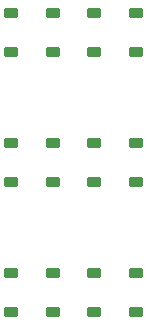
<source format=gbr>
%TF.GenerationSoftware,KiCad,Pcbnew,7.0.5*%
%TF.CreationDate,2023-11-04T19:54:29+08:00*%
%TF.ProjectId,Three2One,54687265-6532-44f6-9e65-2e6b69636164,rev?*%
%TF.SameCoordinates,Original*%
%TF.FileFunction,Paste,Top*%
%TF.FilePolarity,Positive*%
%FSLAX46Y46*%
G04 Gerber Fmt 4.6, Leading zero omitted, Abs format (unit mm)*
G04 Created by KiCad (PCBNEW 7.0.5) date 2023-11-04 19:54:29*
%MOMM*%
%LPD*%
G01*
G04 APERTURE LIST*
G04 Aperture macros list*
%AMRoundRect*
0 Rectangle with rounded corners*
0 $1 Rounding radius*
0 $2 $3 $4 $5 $6 $7 $8 $9 X,Y pos of 4 corners*
0 Add a 4 corners polygon primitive as box body*
4,1,4,$2,$3,$4,$5,$6,$7,$8,$9,$2,$3,0*
0 Add four circle primitives for the rounded corners*
1,1,$1+$1,$2,$3*
1,1,$1+$1,$4,$5*
1,1,$1+$1,$6,$7*
1,1,$1+$1,$8,$9*
0 Add four rect primitives between the rounded corners*
20,1,$1+$1,$2,$3,$4,$5,0*
20,1,$1+$1,$4,$5,$6,$7,0*
20,1,$1+$1,$6,$7,$8,$9,0*
20,1,$1+$1,$8,$9,$2,$3,0*%
G04 Aperture macros list end*
%ADD10RoundRect,0.225000X-0.375000X0.225000X-0.375000X-0.225000X0.375000X-0.225000X0.375000X0.225000X0*%
G04 APERTURE END LIST*
D10*
%TO.C,D5*%
X148335000Y-64915000D03*
X148335000Y-68215000D03*
%TD*%
%TO.C,D10*%
X151885000Y-75915000D03*
X151885000Y-79215000D03*
%TD*%
%TO.C,D11*%
X155435000Y-75915000D03*
X155435000Y-79215000D03*
%TD*%
%TO.C,D8*%
X158985000Y-64915000D03*
X158985000Y-68215000D03*
%TD*%
%TO.C,D6*%
X151885000Y-64915000D03*
X151885000Y-68215000D03*
%TD*%
%TO.C,D9*%
X148335000Y-75915000D03*
X148335000Y-79215000D03*
%TD*%
%TO.C,D2*%
X151885000Y-53915000D03*
X151885000Y-57215000D03*
%TD*%
%TO.C,D3*%
X155435000Y-53915000D03*
X155435000Y-57215000D03*
%TD*%
%TO.C,D7*%
X155435000Y-64915000D03*
X155435000Y-68215000D03*
%TD*%
%TO.C,D1*%
X148335000Y-53915000D03*
X148335000Y-57215000D03*
%TD*%
%TO.C,D12*%
X158985000Y-75915000D03*
X158985000Y-79215000D03*
%TD*%
%TO.C,D4*%
X158985000Y-53915000D03*
X158985000Y-57215000D03*
%TD*%
M02*

</source>
